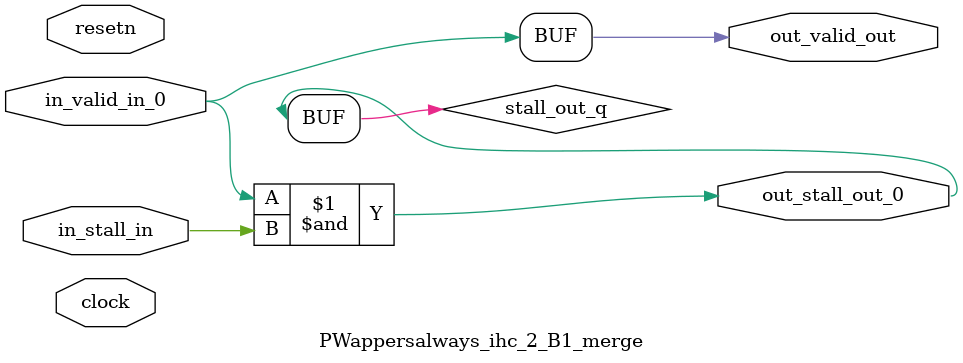
<source format=sv>



(* altera_attribute = "-name AUTO_SHIFT_REGISTER_RECOGNITION OFF; -name MESSAGE_DISABLE 10036; -name MESSAGE_DISABLE 10037; -name MESSAGE_DISABLE 14130; -name MESSAGE_DISABLE 14320; -name MESSAGE_DISABLE 15400; -name MESSAGE_DISABLE 14130; -name MESSAGE_DISABLE 10036; -name MESSAGE_DISABLE 12020; -name MESSAGE_DISABLE 12030; -name MESSAGE_DISABLE 12010; -name MESSAGE_DISABLE 12110; -name MESSAGE_DISABLE 14320; -name MESSAGE_DISABLE 13410; -name MESSAGE_DISABLE 113007; -name MESSAGE_DISABLE 10958" *)
module PWappersalways_ihc_2_B1_merge (
    input wire [0:0] in_stall_in,
    input wire [0:0] in_valid_in_0,
    output wire [0:0] out_stall_out_0,
    output wire [0:0] out_valid_out,
    input wire clock,
    input wire resetn
    );

    wire [0:0] stall_out_q;


    // stall_out(LOGICAL,6)
    assign stall_out_q = in_valid_in_0 & in_stall_in;

    // out_stall_out_0(GPOUT,4)
    assign out_stall_out_0 = stall_out_q;

    // out_valid_out(GPOUT,5)
    assign out_valid_out = in_valid_in_0;

endmodule

</source>
